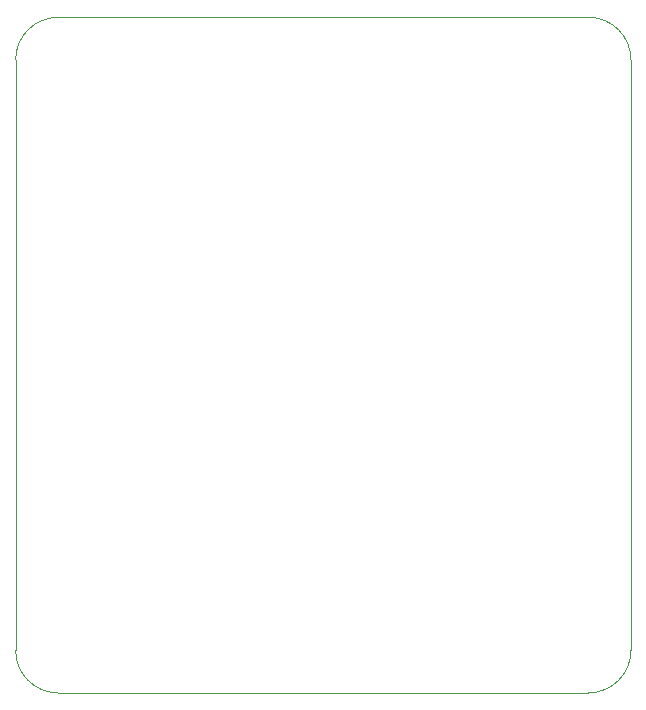
<source format=gbr>
%TF.GenerationSoftware,KiCad,Pcbnew,(6.0.2)*%
%TF.CreationDate,2022-05-29T19:06:36+02:00*%
%TF.ProjectId,PCB_ESP32_CAN,5043425f-4553-4503-9332-5f43414e2e6b,rev?*%
%TF.SameCoordinates,Original*%
%TF.FileFunction,Profile,NP*%
%FSLAX46Y46*%
G04 Gerber Fmt 4.6, Leading zero omitted, Abs format (unit mm)*
G04 Created by KiCad (PCBNEW (6.0.2)) date 2022-05-29 19:06:36*
%MOMM*%
%LPD*%
G01*
G04 APERTURE LIST*
%TA.AperFunction,Profile*%
%ADD10C,0.038100*%
%TD*%
G04 APERTURE END LIST*
D10*
X113300000Y-127075000D02*
G75*
G03*
X116900000Y-130675000I3600001J1D01*
G01*
X161800000Y-130675000D02*
X116900000Y-130675000D01*
X165400000Y-77075000D02*
X165400000Y-127075000D01*
X116900000Y-73475000D02*
X161800000Y-73475000D01*
X116900000Y-73475000D02*
G75*
G03*
X113300000Y-77075000I1J-3600001D01*
G01*
X113300000Y-127075000D02*
X113300000Y-77075000D01*
X165400000Y-77075000D02*
G75*
G03*
X161800000Y-73475000I-3600001J-1D01*
G01*
X161800000Y-130675000D02*
G75*
G03*
X165400000Y-127075000I-1J3600001D01*
G01*
M02*

</source>
